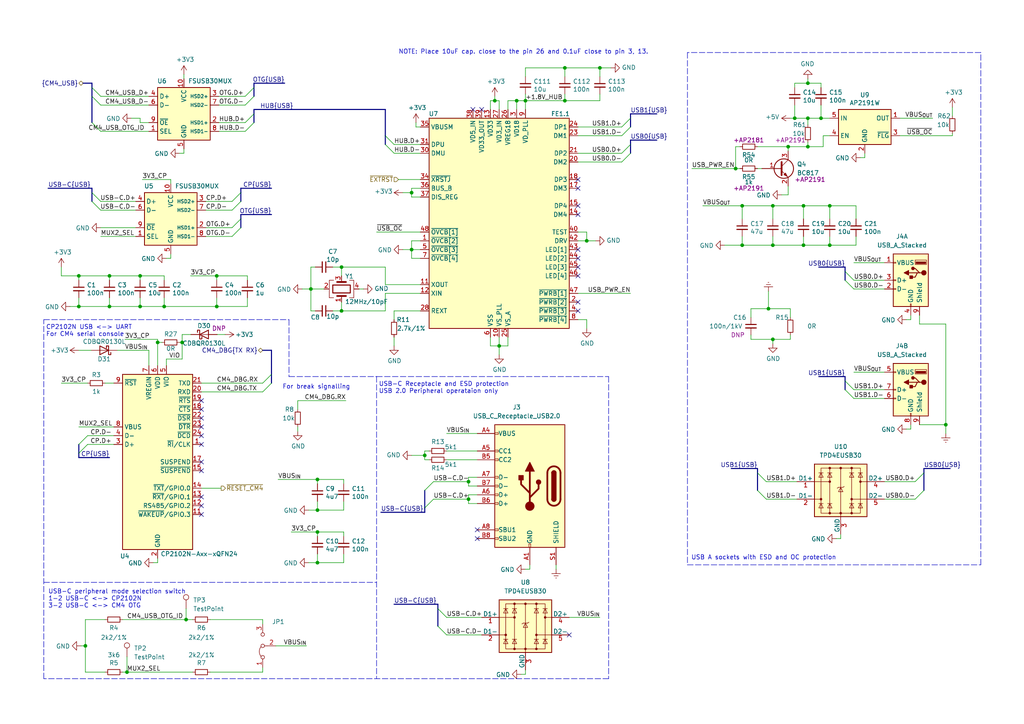
<source format=kicad_sch>
(kicad_sch (version 20211123) (generator eeschema)
  (paper "A4")
  (title_block (title "USB 2.0 host/USB 2.0 device") (date "2022-05-31") (rev "1.2c") (company "Nabu Casa") (comment 1 "www.nabucasa.com") (comment 2 "Yellow"))
  (bus_alias "USB" (members "D+" "D-"))
  (bus_alias "CM4_USB" (members "CM4_USB_D+" "CM4_USB_D-" "CM4_USB_OTG_ID"))
  (bus_alias "I2C" (members "SDA" "SCL"))
  (junction (at 215.265 71.12) (diameter 0.9144))
  (junction (at 31.75 80.01) (diameter 0.9144))
  (junction (at 92.075 139.065) (diameter 0.9144))
  (junction (at 40.64 80.01) (diameter 0.9144))
  (junction (at 149.86 29.21) (diameter 0.9144))
  (junction (at 213.36 48.895))
  (junction (at 22.86 88.9) (diameter 0.9144))
  (junction (at 215.265 59.69) (diameter 0.9144))
  (junction (at 233.045 71.12) (diameter 0.9144))
  (junction (at 119.38 55.88) (diameter 0.9144))
  (junction (at 24.765 187.325) (diameter 0.9144))
  (junction (at 240.665 59.69) (diameter 0.9144))
  (junction (at 53.975 179.705) (diameter 0.9144))
  (junction (at 234.315 24.13) (diameter 0.9144))
  (junction (at 92.075 154.305) (diameter 0.9144))
  (junction (at 224.155 71.12) (diameter 0.9144))
  (junction (at 92.075 147.955) (diameter 0.9144))
  (junction (at 228.6 42.545))
  (junction (at 173.99 19.685) (diameter 0.9144))
  (junction (at 234.315 42.545))
  (junction (at 230.505 34.29) (diameter 0.9144))
  (junction (at 135.89 144.78) (diameter 0.9144))
  (junction (at 143.51 29.21) (diameter 0.9144))
  (junction (at 233.045 59.69) (diameter 0.9144))
  (junction (at 62.865 88.9) (diameter 0.9144))
  (junction (at 222.885 89.535) (diameter 0.9144))
  (junction (at 144.78 100.33) (diameter 0.9144))
  (junction (at 90.17 83.82) (diameter 0.9144))
  (junction (at 99.06 90.17) (diameter 0.9144))
  (junction (at 119.38 72.39) (diameter 0.9144))
  (junction (at 152.4 29.21) (diameter 0.9144))
  (junction (at 45.72 99.314))
  (junction (at 123.19 132.08) (diameter 0.9144))
  (junction (at 135.89 139.7) (diameter 0.9144))
  (junction (at 40.64 88.9) (diameter 0.9144))
  (junction (at 170.18 69.85) (diameter 0.9144))
  (junction (at 238.125 34.29) (diameter 0.9144))
  (junction (at 31.75 88.9) (diameter 0.9144))
  (junction (at 99.06 77.47) (diameter 0.9144))
  (junction (at 240.665 71.12) (diameter 0.9144))
  (junction (at 224.155 59.69) (diameter 0.9144))
  (junction (at 47.625 88.9) (diameter 0.9144))
  (junction (at 274.32 123.19) (diameter 0.9144))
  (junction (at 163.83 19.685) (diameter 0.9144))
  (junction (at 92.075 163.195) (diameter 0.9144))
  (junction (at 36.83 194.945) (diameter 0.9144))
  (junction (at 224.155 98.425) (diameter 0.9144))
  (junction (at 163.83 29.21) (diameter 0.9144))
  (junction (at 52.832 99.314))
  (junction (at 234.315 34.29))
  (junction (at 62.865 80.01) (diameter 0.9144))
  (junction (at 22.86 80.01) (diameter 0.9144))
  (no_connect (at 167.64 77.47))
  (no_connect (at 138.43 153.67))
  (no_connect (at 167.64 87.63))
  (no_connect (at 138.43 156.21))
  (no_connect (at 167.64 90.17))
  (no_connect (at 58.42 126.365))
  (no_connect (at 58.42 116.205))
  (no_connect (at 58.42 118.745))
  (no_connect (at 58.42 121.285))
  (no_connect (at 58.42 123.825))
  (no_connect (at 58.42 128.905))
  (no_connect (at 58.42 133.985))
  (no_connect (at 58.42 136.525))
  (no_connect (at 58.42 144.145))
  (no_connect (at 58.42 146.685))
  (no_connect (at 58.42 149.225))
  (no_connect (at 167.64 54.61))
  (no_connect (at 167.64 80.01))
  (no_connect (at 165.1 184.15))
  (no_connect (at 139.7 31.75))
  (no_connect (at 137.16 31.75))
  (no_connect (at 167.64 72.39))
  (no_connect (at 167.64 74.93))
  (no_connect (at 167.64 52.07))
  (no_connect (at 167.64 62.23))
  (no_connect (at 167.64 59.69))
  (bus_entry (at 180.34 36.83) (size 2.54 -2.54) (stroke (width 0.1524)))
  (bus_entry (at 180.34 44.45) (size 2.54 -2.54) (stroke (width 0.1524)))
  (bus_entry (at 76.2 113.665) (size 2.54 -2.54) (stroke (width 0.1524)))
  (bus_entry (at 222.25 144.78) (size -2.54 -2.54) (stroke (width 0.1524)))
  (bus_entry (at 73.66 25.4) (size -2.54 2.54) (stroke (width 0.1524)))
  (bus_entry (at 180.34 46.99) (size 2.54 -2.54) (stroke (width 0.1524)))
  (bus_entry (at 69.85 63.5) (size -2.54 2.54) (stroke (width 0.1524)))
  (bus_entry (at 69.85 66.04) (size -2.54 2.54) (stroke (width 0.1524)))
  (bus_entry (at 123.19 142.24) (size 2.54 -2.54) (stroke (width 0.1524)))
  (bus_entry (at 265.43 144.78) (size 2.54 -2.54) (stroke (width 0.1524)))
  (bus_entry (at 26.67 27.94) (size 2.54 2.54) (stroke (width 0.1524)))
  (bus_entry (at 22.86 131.445) (size 2.54 -2.54) (stroke (width 0.1524)))
  (bus_entry (at 69.85 58.42) (size -2.54 2.54) (stroke (width 0.1524)))
  (bus_entry (at 123.19 147.32) (size 2.54 -2.54) (stroke (width 0.1524)))
  (bus_entry (at 222.25 139.7) (size -2.54 -2.54) (stroke (width 0.1524)))
  (bus_entry (at 69.85 55.88) (size -2.54 2.54) (stroke (width 0.1524)))
  (bus_entry (at 73.66 33.02) (size -2.54 2.54) (stroke (width 0.1524)))
  (bus_entry (at 26.67 58.42) (size 2.54 2.54) (stroke (width 0.1524)))
  (bus_entry (at 73.66 27.94) (size -2.54 2.54) (stroke (width 0.1524)))
  (bus_entry (at 127 181.61) (size 2.54 2.54) (stroke (width 0.1524)))
  (bus_entry (at 180.34 39.37) (size 2.54 -2.54) (stroke (width 0.1524)))
  (bus_entry (at 247.65 115.57) (size -2.54 -2.54) (stroke (width 0.1524)))
  (bus_entry (at 26.67 35.56) (size 2.54 2.54) (stroke (width 0.1524)))
  (bus_entry (at 247.65 83.82) (size -2.54 -2.54) (stroke (width 0.1524)))
  (bus_entry (at 26.67 55.88) (size 2.54 2.54) (stroke (width 0.1524)))
  (bus_entry (at 73.66 35.56) (size -2.54 2.54) (stroke (width 0.1524)))
  (bus_entry (at 111.76 41.91) (size 2.54 2.54) (stroke (width 0.1524)))
  (bus_entry (at 76.2 111.125) (size 2.54 -2.54) (stroke (width 0.1524)))
  (bus_entry (at 247.65 81.28) (size -2.54 -2.54) (stroke (width 0.1524)))
  (bus_entry (at 26.67 25.4) (size 2.54 2.54) (stroke (width 0.1524)))
  (bus_entry (at 247.65 113.03) (size -2.54 -2.54) (stroke (width 0.1524)))
  (bus_entry (at 127 176.53) (size 2.54 2.54) (stroke (width 0.1524)))
  (bus_entry (at 22.86 128.905) (size 2.54 -2.54) (stroke (width 0.1524)))
  (bus_entry (at 265.43 139.7) (size 2.54 -2.54) (stroke (width 0.1524)))
  (bus_entry (at 111.76 39.37) (size 2.54 2.54) (stroke (width 0.1524)))
  (wire (pts (xy 234.315 22.86) (xy 234.315 24.13)))
  (wire (pts (xy 167.64 46.99) (xy 180.34 46.99)))
  (wire (pts (xy 217.805 98.425) (xy 224.155 98.425)))
  (wire (pts (xy 147.32 97.79) (xy 147.32 100.33)))
  (wire (pts (xy 147.32 100.33) (xy 144.78 100.33)))
  (wire (pts (xy 215.265 59.69) (xy 215.265 63.5)))
  (wire (pts (xy 58.42 141.605) (xy 64.135 141.605)))
  (wire (pts (xy 40.64 86.36) (xy 40.64 88.9)))
  (wire (pts (xy 147.32 29.21) (xy 149.86 29.21)))
  (wire (pts (xy 147.32 31.75) (xy 147.32 29.21)))
  (wire (pts (xy 149.86 29.21) (xy 149.86 31.75)))
  (wire (pts (xy 135.89 140.97) (xy 138.43 140.97)))
  (wire (pts (xy 222.885 89.535) (xy 217.805 89.535)))
  (wire (pts (xy 260.985 39.37) (xy 276.225 39.37)))
  (wire (pts (xy 114.3 44.45) (xy 121.92 44.45)))
  (wire (pts (xy 86.36 116.205) (xy 100.33 116.205)))
  (wire (pts (xy 99.695 160.655) (xy 99.695 163.195)))
  (wire (pts (xy 34.036 101.6) (xy 43.18 101.6)))
  (wire (pts (xy 119.38 72.39) (xy 121.92 72.39)))
  (wire (pts (xy 210.185 71.12) (xy 215.265 71.12)))
  (wire (pts (xy 23.495 187.325) (xy 24.765 187.325)))
  (wire (pts (xy 24.765 179.705) (xy 30.48 179.705)))
  (wire (pts (xy 24.765 187.325) (xy 24.765 179.705)))
  (wire (pts (xy 119.38 57.15) (xy 119.38 55.88)))
  (wire (pts (xy 121.92 57.15) (xy 119.38 57.15)))
  (wire (pts (xy 274.32 123.19) (xy 274.32 125.73)))
  (wire (pts (xy 240.665 59.69) (xy 240.665 63.5)))
  (wire (pts (xy 115.57 52.07) (xy 121.92 52.07)))
  (wire (pts (xy 144.78 100.33) (xy 144.78 102.87)))
  (wire (pts (xy 90.17 83.82) (xy 90.17 90.17)))
  (wire (pts (xy 116.84 55.88) (xy 119.38 55.88)))
  (wire (pts (xy 119.38 54.61) (xy 121.92 54.61)))
  (wire (pts (xy 119.38 55.88) (xy 119.38 54.61)))
  (wire (pts (xy 63.5 27.94) (xy 71.12 27.94)))
  (wire (pts (xy 152.4 29.21) (xy 163.83 29.21)))
  (wire (pts (xy 247.65 113.03) (xy 256.54 113.03)))
  (wire (pts (xy 217.805 89.535) (xy 217.805 92.075)))
  (bus (pts (xy 245.11 77.47) (xy 237.49 77.47)))
  (bus (pts (xy 182.88 33.02) (xy 182.88 34.29)))
  (bus (pts (xy 182.88 34.29) (xy 182.88 36.83)))
  (wire (pts (xy 219.71 48.895) (xy 220.98 48.895)))
  (wire (pts (xy 135.89 146.05) (xy 135.89 144.78)))
  (wire (pts (xy 60.96 194.945) (xy 76.2 194.945)))
  (wire (pts (xy 76.2 194.945) (xy 76.2 193.675)))
  (wire (pts (xy 266.7 91.44) (xy 266.7 93.98)))
  (wire (pts (xy 71.755 88.9) (xy 71.755 86.36)))
  (wire (pts (xy 62.865 88.9) (xy 71.755 88.9)))
  (wire (pts (xy 47.625 88.9) (xy 62.865 88.9)))
  (wire (pts (xy 40.64 88.9) (xy 47.625 88.9)))
  (wire (pts (xy 129.54 130.81) (xy 138.43 130.81)))
  (wire (pts (xy 264.16 124.46) (xy 264.16 123.19)))
  (wire (pts (xy 167.64 44.45) (xy 180.34 44.45)))
  (wire (pts (xy 125.73 144.78) (xy 135.89 144.78)))
  (wire (pts (xy 47.625 81.28) (xy 47.625 80.01)))
  (wire (pts (xy 47.625 80.01) (xy 40.64 80.01)))
  (polyline (pts (xy 88.9 196.85) (xy 12.7 196.85)) (stroke (width 0) (type dash)))
  (wire (pts (xy 29.21 38.1) (xy 43.18 38.1)))
  (wire (pts (xy 276.225 39.37) (xy 276.225 38.735)))
  (polyline (pts (xy 12.7 168.91) (xy 109.22 168.91)) (stroke (width 0) (type dash)))
  (wire (pts (xy 233.045 71.12) (xy 240.665 71.12)))
  (polyline (pts (xy 199.39 163.83) (xy 284.48 163.83)) (stroke (width 0) (type dash)))
  (wire (pts (xy 152.4 165.1) (xy 153.67 165.1)))
  (wire (pts (xy 96.52 77.47) (xy 99.06 77.47)))
  (wire (pts (xy 91.44 77.47) (xy 90.17 77.47)))
  (bus (pts (xy 22.86 131.445) (xy 22.86 132.715)))
  (bus (pts (xy 22.86 128.905) (xy 22.86 131.445)))
  (wire (pts (xy 63.5 30.48) (xy 71.12 30.48)))
  (wire (pts (xy 48.26 104.14) (xy 52.832 104.14)))
  (wire (pts (xy 173.99 19.685) (xy 163.83 19.685)))
  (wire (pts (xy 177.165 19.685) (xy 173.99 19.685)))
  (wire (pts (xy 152.4 19.685) (xy 152.4 22.225)))
  (wire (pts (xy 163.83 19.685) (xy 152.4 19.685)))
  (wire (pts (xy 229.235 89.535) (xy 222.885 89.535)))
  (wire (pts (xy 22.86 123.825) (xy 33.02 123.825)))
  (wire (pts (xy 151.13 195.58) (xy 152.4 195.58)))
  (wire (pts (xy 62.865 80.01) (xy 71.755 80.01)))
  (wire (pts (xy 71.755 80.01) (xy 71.755 81.28)))
  (wire (pts (xy 55.245 80.01) (xy 62.865 80.01)))
  (wire (pts (xy 276.225 31.115) (xy 276.225 33.655)))
  (wire (pts (xy 119.38 72.39) (xy 119.38 74.93)))
  (wire (pts (xy 119.38 74.93) (xy 121.92 74.93)))
  (wire (pts (xy 119.38 132.08) (xy 123.19 132.08)))
  (polyline (pts (xy 83.82 109.22) (xy 109.22 109.22)) (stroke (width 0) (type dash)))
  (polyline (pts (xy 83.82 92.71) (xy 83.82 109.22)) (stroke (width 0) (type dash)))
  (wire (pts (xy 99.695 155.575) (xy 99.695 154.305)))
  (wire (pts (xy 114.3 41.91) (xy 121.92 41.91)))
  (wire (pts (xy 249.555 45.72) (xy 250.825 45.72)))
  (wire (pts (xy 99.06 87.63) (xy 99.06 90.17)))
  (wire (pts (xy 152.4 27.305) (xy 152.4 29.21)))
  (wire (pts (xy 52.07 44.45) (xy 53.34 44.45)))
  (wire (pts (xy 25.4 111.125) (xy 17.78 111.125)))
  (wire (pts (xy 214.63 48.895) (xy 213.36 48.895)))
  (wire (pts (xy 200.66 48.895) (xy 213.36 48.895)))
  (wire (pts (xy 96.52 90.17) (xy 99.06 90.17)))
  (wire (pts (xy 138.43 143.51) (xy 135.89 143.51)))
  (wire (pts (xy 31.75 80.01) (xy 31.75 81.28)))
  (wire (pts (xy 215.265 71.12) (xy 224.155 71.12)))
  (wire (pts (xy 92.075 154.305) (xy 92.075 155.575)))
  (wire (pts (xy 153.67 165.1) (xy 153.67 163.83)))
  (wire (pts (xy 170.18 69.85) (xy 172.72 69.85)))
  (wire (pts (xy 29.21 66.04) (xy 39.37 66.04)))
  (wire (pts (xy 89.535 147.955) (xy 92.075 147.955)))
  (wire (pts (xy 152.4 29.21) (xy 149.86 29.21)))
  (wire (pts (xy 152.4 31.75) (xy 152.4 29.21)))
  (wire (pts (xy 121.92 67.31) (xy 109.22 67.31)))
  (wire (pts (xy 167.64 92.71) (xy 170.18 92.71)))
  (wire (pts (xy 229.235 92.075) (xy 229.235 89.535)))
  (wire (pts (xy 121.92 82.55) (xy 111.76 82.55)))
  (wire (pts (xy 215.265 59.69) (xy 224.155 59.69)))
  (bus (pts (xy 111.76 31.75) (xy 111.76 39.37)))
  (bus (pts (xy 111.76 39.37) (xy 111.76 41.91)))
  (wire (pts (xy 49.53 52.07) (xy 49.53 53.34)))
  (wire (pts (xy 99.695 145.415) (xy 99.695 147.955)))
  (polyline (pts (xy 12.7 92.71) (xy 83.82 92.71)) (stroke (width 0) (type dash)))
  (wire (pts (xy 99.06 90.17) (xy 111.76 90.17)))
  (wire (pts (xy 53.34 21.59) (xy 53.34 22.86)))
  (wire (pts (xy 229.235 34.29) (xy 230.505 34.29)))
  (wire (pts (xy 129.54 184.15) (xy 139.7 184.15)))
  (wire (pts (xy 248.285 71.12) (xy 248.285 68.58)))
  (wire (pts (xy 230.505 30.48) (xy 230.505 34.29)))
  (wire (pts (xy 173.99 179.07) (xy 165.1 179.07)))
  (wire (pts (xy 230.505 24.13) (xy 230.505 25.4)))
  (wire (pts (xy 222.885 84.455) (xy 222.885 89.535)))
  (wire (pts (xy 59.69 66.04) (xy 67.31 66.04)))
  (wire (pts (xy 99.06 77.47) (xy 99.06 80.01)))
  (wire (pts (xy 53.34 44.45) (xy 53.34 43.18)))
  (wire (pts (xy 17.78 80.01) (xy 22.86 80.01)))
  (wire (pts (xy 247.65 115.57) (xy 256.54 115.57)))
  (wire (pts (xy 114.3 90.17) (xy 121.92 90.17)))
  (wire (pts (xy 142.24 29.21) (xy 143.51 29.21)))
  (wire (pts (xy 142.24 31.75) (xy 142.24 29.21)))
  (wire (pts (xy 143.51 29.21) (xy 144.78 29.21)))
  (wire (pts (xy 144.78 29.21) (xy 144.78 31.75)))
  (wire (pts (xy 92.075 160.655) (xy 92.075 163.195)))
  (wire (pts (xy 266.7 123.19) (xy 274.32 123.19)))
  (wire (pts (xy 41.275 52.07) (xy 49.53 52.07)))
  (wire (pts (xy 224.155 71.12) (xy 233.045 71.12)))
  (wire (pts (xy 161.29 163.83) (xy 161.29 165.1)))
  (bus (pts (xy 182.88 40.64) (xy 182.88 41.91)))
  (bus (pts (xy 182.88 41.91) (xy 182.88 44.45)))
  (wire (pts (xy 39.37 58.42) (xy 29.21 58.42)))
  (wire (pts (xy 247.65 83.82) (xy 256.54 83.82)))
  (polyline (pts (xy 176.53 196.85) (xy 88.9 196.85)) (stroke (width 0) (type dash)))
  (bus (pts (xy 26.67 54.61) (xy 13.97 54.61)))
  (polyline (pts (xy 284.48 163.83) (xy 284.48 15.24)) (stroke (width 0) (type dash)))
  (wire (pts (xy 224.155 98.425) (xy 229.235 98.425)))
  (wire (pts (xy 22.86 86.36) (xy 22.86 88.9)))
  (wire (pts (xy 59.69 68.58) (xy 67.31 68.58)))
  (bus (pts (xy 245.11 109.22) (xy 237.49 109.22)))
  (wire (pts (xy 58.42 113.665) (xy 76.2 113.665)))
  (wire (pts (xy 247.65 107.95) (xy 256.54 107.95)))
  (wire (pts (xy 119.38 69.85) (xy 121.92 69.85)))
  (wire (pts (xy 116.84 72.39) (xy 119.38 72.39)))
  (wire (pts (xy 119.38 72.39) (xy 119.38 69.85)))
  (wire (pts (xy 123.19 132.08) (xy 123.19 133.35)))
  (bus (pts (xy 73.66 31.75) (xy 111.76 31.75)))
  (bus (pts (xy 26.67 24.13) (xy 26.67 25.4)))
  (bus (pts (xy 26.67 25.4) (xy 26.67 27.94)))
  (bus (pts (xy 26.67 27.94) (xy 26.67 35.56)))
  (wire (pts (xy 248.285 59.69) (xy 240.665 59.69)))
  (wire (pts (xy 99.695 140.335) (xy 99.695 139.065)))
  (wire (pts (xy 240.665 71.12) (xy 248.285 71.12)))
  (wire (pts (xy 203.835 59.69) (xy 215.265 59.69)))
  (wire (pts (xy 52.832 97.028) (xy 52.832 99.314)))
  (wire (pts (xy 92.075 139.065) (xy 92.075 140.335)))
  (wire (pts (xy 144.78 97.79) (xy 144.78 100.33)))
  (wire (pts (xy 243.84 156.21) (xy 243.84 154.94)))
  (wire (pts (xy 90.17 90.17) (xy 91.44 90.17)))
  (wire (pts (xy 30.48 111.125) (xy 33.02 111.125)))
  (wire (pts (xy 29.21 27.94) (xy 43.18 27.94)))
  (wire (pts (xy 260.985 34.29) (xy 270.51 34.29)))
  (bus (pts (xy 69.85 54.61) (xy 78.74 54.61)))
  (wire (pts (xy 238.125 25.4) (xy 238.125 24.13)))
  (wire (pts (xy 40.64 34.29) (xy 38.1 34.29)))
  (wire (pts (xy 262.89 124.46) (xy 264.16 124.46)))
  (wire (pts (xy 143.51 27.94) (xy 143.51 29.21)))
  (wire (pts (xy 36.195 98.425) (xy 45.72 98.425)))
  (wire (pts (xy 45.72 98.425) (xy 45.72 99.314)))
  (wire (pts (xy 40.64 80.01) (xy 31.75 80.01)))
  (wire (pts (xy 123.19 130.81) (xy 123.19 132.08)))
  (wire (pts (xy 163.83 29.21) (xy 163.83 27.305)))
  (wire (pts (xy 234.315 24.13) (xy 230.505 24.13)))
  (wire (pts (xy 129.54 179.07) (xy 139.7 179.07)))
  (wire (pts (xy 45.72 99.314) (xy 45.72 106.045)))
  (wire (pts (xy 36.83 190.5) (xy 36.83 194.945)))
  (wire (pts (xy 167.64 67.31) (xy 170.18 67.31)))
  (wire (pts (xy 170.18 67.31) (xy 170.18 69.85)))
  (wire (pts (xy 274.32 93.98) (xy 274.32 123.19)))
  (wire (pts (xy 173.99 19.685) (xy 173.99 22.225)))
  (wire (pts (xy 20.32 88.9) (xy 22.86 88.9)))
  (wire (pts (xy 111.76 82.55) (xy 111.76 77.47)))
  (bus (pts (xy 69.85 62.23) (xy 78.74 62.23)))
  (wire (pts (xy 265.43 139.7) (xy 256.54 139.7)))
  (wire (pts (xy 80.645 139.065) (xy 92.075 139.065)))
  (wire (pts (xy 228.6 56.515) (xy 226.695 56.515)))
  (wire (pts (xy 152.4 195.58) (xy 152.4 194.31)))
  (wire (pts (xy 123.19 133.35) (xy 124.46 133.35)))
  (wire (pts (xy 86.36 123.825) (xy 86.36 125.095)))
  (wire (pts (xy 238.125 24.13) (xy 234.315 24.13)))
  (wire (pts (xy 40.64 35.56) (xy 40.64 34.29)))
  (wire (pts (xy 222.25 144.78) (xy 231.14 144.78)))
  (wire (pts (xy 238.125 30.48) (xy 238.125 34.29)))
  (wire (pts (xy 264.16 92.71) (xy 264.16 91.44)))
  (bus (pts (xy 73.66 24.13) (xy 73.66 25.4)))
  (bus (pts (xy 73.66 25.4) (xy 73.66 27.94)))
  (wire (pts (xy 242.57 156.21) (xy 243.84 156.21)))
  (wire (pts (xy 135.89 144.78) (xy 135.89 143.51)))
  (wire (pts (xy 48.26 106.045) (xy 48.26 104.14)))
  (bus (pts (xy 267.97 135.89) (xy 275.59 135.89)))
  (bus (pts (xy 26.67 54.61) (xy 26.67 55.88)))
  (bus (pts (xy 26.67 55.88) (xy 26.67 58.42)))
  (wire (pts (xy 234.315 41.275) (xy 234.315 42.545)))
  (wire (pts (xy 229.235 98.425) (xy 229.235 97.155)))
  (polyline (pts (xy 109.22 109.22) (xy 176.53 109.22)) (stroke (width 0) (type dash)))
  (wire (pts (xy 49.53 74.93) (xy 49.53 73.66)))
  (wire (pts (xy 99.695 154.305) (xy 92.075 154.305)))
  (wire (pts (xy 121.92 36.83) (xy 120.65 36.83)))
  (wire (pts (xy 248.285 63.5) (xy 248.285 59.69)))
  (wire (pts (xy 219.71 42.545) (xy 228.6 42.545)))
  (wire (pts (xy 217.805 97.155) (xy 217.805 98.425)))
  (polyline (pts (xy 109.22 109.22) (xy 109.22 196.85)) (stroke (width 0) (type dash)))
  (wire (pts (xy 266.7 93.98) (xy 274.32 93.98)))
  (wire (pts (xy 52.07 99.314) (xy 52.832 99.314)))
  (wire (pts (xy 33.02 126.365) (xy 25.4 126.365)))
  (wire (pts (xy 62.865 86.36) (xy 62.865 88.9)))
  (wire (pts (xy 129.54 133.35) (xy 138.43 133.35)))
  (wire (pts (xy 234.315 42.545) (xy 238.76 42.545)))
  (wire (pts (xy 228.6 42.545) (xy 234.315 42.545)))
  (wire (pts (xy 228.6 43.815) (xy 228.6 42.545)))
  (wire (pts (xy 238.76 39.37) (xy 240.665 39.37)))
  (wire (pts (xy 238.76 42.545) (xy 238.76 39.37)))
  (wire (pts (xy 58.42 111.125) (xy 76.2 111.125)))
  (bus (pts (xy 219.71 135.89) (xy 212.09 135.89)))
  (bus (pts (xy 219.71 135.89) (xy 219.71 137.16)))
  (bus (pts (xy 219.71 137.16) (xy 219.71 142.24)))
  (wire (pts (xy 120.65 35.56) (xy 120.65 36.83)))
  (wire (pts (xy 22.86 80.01) (xy 22.86 81.28)))
  (wire (pts (xy 33.02 128.905) (xy 25.4 128.905)))
  (wire (pts (xy 167.64 36.83) (xy 180.34 36.83)))
  (wire (pts (xy 63.5 35.56) (xy 71.12 35.56)))
  (wire (pts (xy 92.075 145.415) (xy 92.075 147.955)))
  (wire (pts (xy 224.155 59.69) (xy 224.155 63.5)))
  (wire (pts (xy 84.455 154.305) (xy 92.075 154.305)))
  (wire (pts (xy 138.43 138.43) (xy 135.89 138.43)))
  (wire (pts (xy 40.64 80.01) (xy 40.64 81.28)))
  (wire (pts (xy 29.21 30.48) (xy 43.18 30.48)))
  (wire (pts (xy 247.65 81.28) (xy 256.54 81.28)))
  (wire (pts (xy 43.18 101.6) (xy 43.18 106.045)))
  (wire (pts (xy 135.89 140.97) (xy 135.89 139.7)))
  (wire (pts (xy 125.73 139.7) (xy 135.89 139.7)))
  (wire (pts (xy 87.63 83.82) (xy 90.17 83.82)))
  (wire (pts (xy 215.265 68.58) (xy 215.265 71.12)))
  (bus (pts (xy 69.85 62.23) (xy 69.85 63.5)))
  (bus (pts (xy 69.85 63.5) (xy 69.85 66.04)))
  (wire (pts (xy 247.65 76.2) (xy 256.54 76.2)))
  (bus (pts (xy 267.97 135.89) (xy 267.97 137.16)))
  (bus (pts (xy 267.97 137.16) (xy 267.97 142.24)))
  (wire (pts (xy 114.3 92.71) (xy 114.3 90.17)))
  (wire (pts (xy 35.56 179.705) (xy 53.975 179.705)))
  (wire (pts (xy 53.975 179.705) (xy 55.88 179.705)))
  (wire (pts (xy 99.06 77.47) (xy 111.76 77.47)))
  (wire (pts (xy 224.155 68.58) (xy 224.155 71.12)))
  (wire (pts (xy 88.9 187.325) (xy 80.01 187.325)))
  (wire (pts (xy 135.89 139.7) (xy 135.89 138.43)))
  (wire (pts (xy 53.975 176.53) (xy 53.975 179.705)))
  (wire (pts (xy 228.6 53.975) (xy 228.6 56.515)))
  (wire (pts (xy 111.76 85.09) (xy 111.76 90.17)))
  (wire (pts (xy 39.37 60.96) (xy 29.21 60.96)))
  (bus (pts (xy 123.19 148.59) (xy 110.49 148.59)))
  (wire (pts (xy 31.75 86.36) (xy 31.75 88.9)))
  (bus (pts (xy 127 175.26) (xy 114.3 175.26)))
  (wire (pts (xy 163.83 19.685) (xy 163.83 22.225)))
  (wire (pts (xy 167.64 85.09) (xy 182.88 85.09)))
  (wire (pts (xy 59.69 60.96) (xy 67.31 60.96)))
  (wire (pts (xy 63.5 38.1) (xy 71.12 38.1)))
  (wire (pts (xy 92.075 147.955) (xy 99.695 147.955)))
  (wire (pts (xy 76.2 179.705) (xy 60.96 179.705)))
  (wire (pts (xy 76.2 180.975) (xy 76.2 179.705)))
  (wire (pts (xy 29.21 68.58) (xy 39.37 68.58)))
  (wire (pts (xy 124.46 130.81) (xy 123.19 130.81)))
  (bus (pts (xy 24.13 24.13) (xy 26.67 24.13)))
  (wire (pts (xy 240.665 68.58) (xy 240.665 71.12)))
  (wire (pts (xy 238.125 34.29) (xy 240.665 34.29)))
  (wire (pts (xy 234.315 34.29) (xy 234.315 36.195)))
  (wire (pts (xy 62.865 80.01) (xy 62.865 81.28)))
  (wire (pts (xy 222.25 139.7) (xy 231.14 139.7)))
  (bus (pts (xy 182.88 40.64) (xy 190.5 40.64)))
  (wire (pts (xy 89.535 163.195) (xy 92.075 163.195)))
  (bus (pts (xy 245.11 109.22) (xy 245.11 110.49)))
  (bus (pts (xy 245.11 110.49) (xy 245.11 113.03)))
  (wire (pts (xy 62.992 97.028) (xy 65.278 97.028)))
  (wire (pts (xy 230.505 34.29) (xy 234.315 34.29)))
  (wire (pts (xy 234.315 34.29) (xy 238.125 34.29)))
  (bus (pts (xy 22.86 132.715) (xy 31.75 132.715)))
  (wire (pts (xy 121.92 85.09) (xy 111.76 85.09)))
  (wire (pts (xy 170.18 69.85) (xy 167.64 69.85)))
  (bus (pts (xy 245.11 77.47) (xy 245.11 78.74)))
  (bus (pts (xy 245.11 78.74) (xy 245.11 81.28)))
  (wire (pts (xy 35.56 194.945) (xy 36.83 194.945)))
  (wire (pts (xy 36.83 194.945) (xy 55.88 194.945)))
  (wire (pts (xy 167.64 39.37) (xy 180.34 39.37)))
  (wire (pts (xy 265.43 144.78) (xy 256.54 144.78)))
  (bus (pts (xy 73.66 31.75) (xy 73.66 33.02)))
  (bus (pts (xy 73.66 33.02) (xy 73.66 35.56)))
  (wire (pts (xy 99.695 139.065) (xy 92.075 139.065)))
  (wire (pts (xy 233.045 59.69) (xy 240.665 59.69)))
  (wire (pts (xy 170.18 92.71) (xy 170.18 95.25)))
  (wire (pts (xy 104.14 83.82) (xy 105.41 83.82)))
  (wire (pts (xy 92.075 163.195) (xy 99.695 163.195)))
  (wire (pts (xy 45.72 99.314) (xy 46.99 99.314)))
  (polyline (pts (xy 176.53 109.22) (xy 176.53 196.85)) (stroke (width 0) (type dash)))
  (wire (pts (xy 90.17 83.82) (xy 93.98 83.82)))
  (bus (pts (xy 69.85 54.61) (xy 69.85 55.88)))
  (bus (pts (xy 69.85 55.88) (xy 69.85 58.42)))
  (wire (pts (xy 17.78 80.01) (xy 17.78 77.47)))
  (wire (pts (xy 262.89 92.71) (xy 264.16 92.71)))
  (wire (pts (xy 47.625 86.36) (xy 47.625 88.9)))
  (polyline (pts (xy 12.7 196.85) (xy 12.7 92.71)) (stroke (width 0) (type dash)))
  (wire (pts (xy 142.24 97.79) (xy 142.24 100.33)))
  (wire (pts (xy 142.24 100.33) (xy 144.78 100.33)))
  (bus (pts (xy 182.88 33.02) (xy 190.5 33.02)))
  (wire (pts (xy 224.155 59.69) (xy 233.045 59.69)))
  (wire (pts (xy 52.832 104.14) (xy 52.832 99.314)))
  (wire (pts (xy 224.155 98.425) (xy 224.155 99.695)))
  (bus (pts (xy 78.74 108.585) (xy 78.74 111.125)))
  (bus (pts (xy 78.74 101.6) (xy 78.74 108.585)))
  (bus (pts (xy 76.2 101.6) (xy 78.74 101.6)))
  (wire (pts (xy 55.372 97.028) (xy 52.832 97.028)))
  (bus (pts (xy 73.66 24.13) (xy 82.55 24.13)))
  (wire (pts (xy 173.99 29.21) (xy 163.83 29.21)))
  (wire (pts (xy 173.99 27.305) (xy 173.99 29.21)))
  (wire (pts (xy 48.26 74.93) (xy 49.53 74.93)))
  (wire (pts (xy 86.36 116.205) (xy 86.36 118.745)))
  (wire (pts (xy 233.045 59.69) (xy 233.045 63.5)))
  (wire (pts (xy 135.89 146.05) (xy 138.43 146.05)))
  (polyline (pts (xy 284.48 15.24) (xy 199.39 15.24)) (stroke (width 0) (type dash)))
  (wire (pts (xy 43.18 35.56) (xy 40.64 35.56)))
  (wire (pts (xy 129.54 125.73) (xy 138.43 125.73)))
  (wire (pts (xy 214.63 42.545) (xy 213.36 42.545)))
  (wire (pts (xy 213.36 42.545) (xy 213.36 48.895)))
  (wire (pts (xy 22.86 101.6) (xy 26.416 101.6)))
  (polyline (pts (xy 199.39 15.24) (xy 199.39 163.83)) (stroke (width 0) (type dash)))
  (wire (pts (xy 45.72 163.195) (xy 45.72 161.925)))
  (wire (pts (xy 250.825 45.72) (xy 250.825 44.45)))
  (wire (pts (xy 44.45 163.195) (xy 45.72 163.195)))
  (wire (pts (xy 233.045 68.58) (xy 233.045 71.12)))
  (wire (pts (xy 22.86 88.9) (xy 31.75 88.9)))
  (bus (pts (xy 123.19 142.24) (xy 123.19 147.32)))
  (bus (pts (xy 123.19 147.32) (xy 123.19 148.59)))
  (wire (pts (xy 22.86 80.01) (xy 31.75 80.01)))
  (wire (pts (xy 59.69 58.42) (xy 67.31 58.42)))
  (wire (pts (xy 30.48 194.945) (xy 24.765 194.945)))
  (wire (pts (xy 24.765 194.945) (xy 24.765 187.325)))
  (wire (pts (xy 114.3 97.79) (xy 114.3 100.33)))
  (bus (pts (xy 127 175.26) (xy 127 176.53)))
  (bus (pts (xy 127 176.53) (xy 127 181.61)))
  (wire (pts (xy 31.75 88.9) (xy 40.64 88.9)))
  (wire (pts (xy 90.17 77.47) (xy 90.17 83.82)))
  (text "USB-C Receptacle and ESD protection\nUSB 2.0 Peripheral operataion only" (at 109.855 114.3 0) (effects (font (size 1.27 1.27)) (justify left bottom)))
  (text "USB-C peripheral mode selection switch\n1-2 USB-C <-> CP2102N\n3-2 USB-C <-> CM4 OTG" (at 13.97 176.53 0) (effects (font (size 1.27 1.27)) (justify left bottom)))
  (text "USB A sockets with ESD and OC protection" (at 242.57 162.56 180) (effects (font (size 1.27 1.27)) (justify right bottom)))
  (text "CP2102N USB <-> UART\nFor CM4 serial console" (at 13.335 97.79 0) (effects (font (size 1.27 1.27)) (justify left bottom)))
  (text "NOTE: Place 10uF cap. close to the pin 26 and 0.1uF close to pin 3, 13." (at 115.57 15.875 0) (effects (font (size 1.27 1.27)) (justify left bottom)))
  (text "For break signalling" (at 81.915 113.03 0) (effects (font (size 1.27 1.27)) (justify left bottom)))
  (label "USB-C.D-" (at 39.37 60.96 180))
  (label "CP.D-" (at 59.69 60.96 0))
  (label "OTG.D+" (at 59.69 66.04 0))
  (label "3V3_CP" (at 55.245 80.01 0))
  (label "VBUS_{IN}" (at 173.99 179.07 180))
  (label "CP.D+" (at 59.69 58.42 0))
  (label "~{USB_OC}" (at 270.51 39.37 180))
  (label "VIO" (at 49.022 104.14 0))
  (label "VBUS_{OUT}" (at 203.835 59.69 0))
  (label "VBUS_{OUT}" (at 247.65 107.95 0))
  (label "USB0.D+" (at 247.65 81.28 0))
  (label "HUB.D+" (at 63.5 35.56 0))
  (label "CP.D+" (at 32.385 128.905 180))
  (label "VBUS_{IN}" (at 88.9 187.325 180))
  (label "USB1.D+" (at 247.65 113.03 0))
  (label "CM4_USB_D-" (at 30.48 30.48 0))
  (label "~{USB_OC}" (at 109.22 67.31 0))
  (label "CM4_DBG.RX" (at 62.865 111.125 0))
  (label "VBUS_{IN}" (at 80.645 139.065 0))
  (label "USB-C.D+" (at 129.54 179.07 0))
  (label "3V3_CP" (at 41.275 52.07 0))
  (label "USB-C.D+" (at 125.73 144.78 0))
  (label "USB1.D-" (at 222.25 144.78 0))
  (label "OTG.D+" (at 63.5 27.94 0))
  (label "USB1.D+" (at 222.25 139.7 0))
  (label "HUB.D-" (at 63.5 38.1 0))
  (label "3V3_CP" (at 17.78 111.125 0))
  (label "VBUS_{IN}" (at 129.54 125.73 0))
  (label "MUX2_SEL" (at 22.86 123.825 0))
  (label "USB1.D-" (at 180.34 39.37 180))
  (label "USB0{USB}" (at 245.11 77.47 180))
  (label "+1.8V_HUB" (at 152.4 29.21 0))
  (label "CP.D-" (at 32.385 126.365 180))
  (label "USB0.D+" (at 180.34 44.45 180))
  (label "USB_PWR_EN" (at 200.66 48.895 0))
  (label "USB-C.D-" (at 125.73 139.7 0))
  (label "OTG.D-" (at 63.5 30.48 0))
  (label "CP{USB}" (at 78.74 54.61 180))
  (label "3V3_CP" (at 36.195 98.425 0))
  (label "OTG{USB}" (at 78.74 62.23 180))
  (label "USB0.D+" (at 265.43 139.7 180))
  (label "CM4_USB_OTG_ID" (at 36.83 179.705 0))
  (label "HUB{USB}" (at 85.09 31.75 180))
  (label "MUX2_SEL" (at 36.83 194.945 0))
  (label "CM4_USB_OTG_ID" (at 41.91 38.1 180))
  (label "USB1{USB}" (at 219.71 135.89 180))
  (label "3V3_CP" (at 84.455 154.305 0))
  (label "OTG.D-" (at 59.69 68.58 0))
  (label "USB0{USB}" (at 182.88 40.64 0))
  (label "USB-C{USB}" (at 114.3 175.26 0))
  (label "USB1{USB}" (at 182.88 33.02 0))
  (label "USB1.D+" (at 180.34 36.83 180))
  (label "CM4_USB_D+" (at 30.48 27.94 0))
  (label "HUB.D-" (at 114.3 44.45 0))
  (label "USB-C{USB}" (at 13.97 54.61 0))
  (label "USB1.D-" (at 247.65 115.57 0))
  (label "MUX2_SEL" (at 29.21 68.58 0))
  (label "USB0.D-" (at 265.43 144.78 180))
  (label "USB0.D-" (at 247.65 83.82 0))
  (label "VBUS_{IN}" (at 36.195 101.6 0))
  (label "CP{USB}" (at 31.75 132.715 180))
  (label "VBUS_{OUT}" (at 270.51 34.29 180))
  (label "USB1{USB}" (at 245.11 109.22 180))
  (label "HUB.D+" (at 114.3 41.91 0))
  (label "USB0{USB}" (at 267.97 135.89 0))
  (label "USB_PWR_EN" (at 182.88 85.09 180))
  (label "CM4_DBG.RX" (at 100.33 116.205 180))
  (label "USB-C.D-" (at 129.54 184.15 0))
  (label "USB-C.D+" (at 39.37 58.42 180))
  (label "OTG{USB}" (at 82.55 24.13 180))
  (label "VBUS_{OUT}" (at 247.65 76.2 0))
  (label "CM4_DBG.TX" (at 62.865 113.665 0))
  (label "USB0.D-" (at 180.34 46.99 180))
  (label "USB-C{USB}" (at 110.49 148.59 0))
  (hierarchical_label "~{EXTRST}" (shape input) (at 115.57 52.07 180))
  (hierarchical_label "{CM4_USB}" (shape bidirectional) (at 24.13 24.13 180))
  (hierarchical_label "~{RESET_CM4}" (shape output) (at 64.135 141.605 0))
  (hierarchical_label "CM4_DBG{TX RX}" (shape bidirectional) (at 76.2 101.6 180))
  (symbol (lib_id "Device:R_Small") (at 127 133.35 90) (mirror x) (unit 1)
    (property "Reference" "R14" (at 127 135.7568 90))
    (property "Value" "5k1" (at 130.81 134.728 90))
    (property "Footprint" "Resistor_SMD:R_0402_1005Metric" (effects hide))
  )
  (symbol (lib_id "power:+3V3") (at 143.51 27.94 0) (unit 1)
    (property "Reference" "#PWR041" (effects hide))
    (property "Value" "+3V3" (at 143.8783 23.6156 0))
  )
  (symbol (lib_id "power:GND") (at 234.315 22.86 180) (unit 1)
    (property "Reference" "#PWR046" (effects hide))
    (property "Value" "GND" (at 234.2007 18.5356 0))
  )
  (symbol (lib_id "power:+3V3") (at 53.34 21.59 0) (unit 1)
    (property "Reference" "#PWR025" (effects hide))
    (property "Value" "+3V3" (at 53.7083 17.2656 0))
  )
  (symbol (lib_id "power:GND") (at 224.155 99.695 0) (unit 1)
    (property "Reference" "#PWR049" (effects hide))
    (property "Value" "GND" (at 224.2693 104.0194 0))
  )
  (symbol (lib_id "Connector:TestPoint") (at 53.975 176.53 0) (unit 1) (in_bom no)
    (property "Reference" "TP3" (at 56.007 174.0534 0) (effects (justify left)))
    (property "Value" "TestPoint" (at 56.007 176.5934 0) (effects (justify left)))
    (property "Footprint" "TestPoint:TestPoint_Pad_D1.0mm" (effects hide))
  )
  (symbol (lib_id "Device:R_Small") (at 58.42 194.945 270) (unit 1)
    (property "Reference" "R7" (at 58.42 192.2718 90))
    (property "Value" "2k2/1%" (at 58.42 189.973 90))
    (property "Footprint" "Resistor_SMD:R_0402_1005Metric" (effects hide))
  )
  (symbol (lib_id "Device:C_Small") (at 92.075 158.115 0) (unit 1)
    (property "Reference" "C10" (at 94.3992 156.9656 0) (effects (justify left)))
    (property "Value" "4u7" (at 94.399 159.264 0) (effects (justify left)))
    (property "Footprint" "Capacitor_SMD:C_0402_1005Metric" (effects hide))
  )
  (symbol (lib_id "Device:R_Small") (at 33.02 194.945 270) (unit 1)
    (property "Reference" "R5" (at 33.02 192.2718 90))
    (property "Value" "3k6" (at 33.02 189.973 90))
    (property "Footprint" "Resistor_SMD:R_0402_1005Metric" (effects hide))
  )
  (symbol (lib_id "Jumper:Jumper_3_Bridged12") (at 76.2 187.325 90) (unit 1)
    (property "Reference" "JP1" (at 82.55 180.3399 90) (effects (justify left)))
    (property "Value" "Conn_01x03_Male" (effects hide))
    (property "Footprint" "Connector_PinHeader_2.54mm:PinHeader_1x03_P2.54mm_Vertical" (effects hide))
    (property "Manufacturer" "Adam Tech" (effects hide))
    (property "PartNumber" "PH1-03-UA" (effects hide))
  )
  (symbol (lib_name "FSUSB30MUX_1") (lib_id "Yellow:FSUSB30MUX") (at 53.34 33.02 0) (unit 1)
    (property "Reference" "U6" (at 46.99 23.495 0))
    (property "Value" "FSUSB30MUX" (at 60.96 23.495 0))
    (property "Footprint" "Package_SO:MSOP-10_3x3mm_P0.5mm" (effects hide))
    (property "Datasheet" "https://www.onsemi.com/pdf/datasheet/fsusb30-d.pdf" (effects hide))
    (property "Manufacturer" "ON Semiconductor" (effects hide))
    (property "PartNumber" "FSUSB30MUX" (effects hide))
  )
  (symbol (lib_id "power:+3V3") (at 65.278 97.028 270) (unit 1)
    (property "Reference" "#PWR0163" (effects hide))
    (property "Value" "+3V3" (at 70.866 97.028 90))
  )
  (symbol (lib_id "Device:C_Small") (at 92.075 142.875 0) (unit 1)
    (property "Reference" "C9" (at 94.3992 141.7256 0) (effects (justify left)))
    (property "Value" "4u7" (at 94.399 144.024 0) (effects (justify left)))
    (property "Footprint" "Capacitor_SMD:C_0402_1005Metric" (effects hide))
  )
  (symbol (lib_id "Device:C_Small") (at 152.4 24.765 0) (unit 1)
    (property "Reference" "C111" (at 154.7242 23.6156 0) (effects (justify left)))
    (property "Value" "10u" (at 154.724 25.914 0) (effects (justify left)))
    (property "Footprint" "Capacitor_SMD:C_0805_2012Metric" (effects hide))
  )
  (symbol (lib_id "Device:C_Small") (at 22.86 83.82 0) (unit 1)
    (property "Reference" "C1" (at 25.1842 82.6706 0) (effects (justify left)))
    (property "Value" "100n" (at 25.184 84.969 0) (effects (justify left)))
    (property "Footprint" "Capacitor_SMD:C_0402_1005Metric" (effects hide))
  )
  (symbol (lib_id "power:GND") (at 170.18 95.25 0) (unit 1)
    (property "Reference" "#PWR0208" (effects hide))
    (property "Value" "GND" (at 170.2943 99.5744 0))
  )
  (symbol (lib_id "power:GND") (at 226.695 56.515 270) (unit 1)
    (property "Reference" "#PWR0161" (effects hide))
    (property "Value" "GND" (at 223.52 56.6293 90) (effects (justify right)))
  )
  (symbol (lib_id "Device:C_Small") (at 163.83 24.765 0) (unit 1)
    (property "Reference" "C112" (at 166.1542 23.6156 0) (effects (justify left)))
    (property "Value" "100n" (at 166.154 25.914 0) (effects (justify left)))
    (property "Footprint" "Capacitor_SMD:C_0402_1005Metric" (effects hide))
  )
  (symbol (lib_id "Device:R_Small") (at 58.42 179.705 270) (unit 1)
    (property "Reference" "R6" (at 58.42 182.1118 90))
    (property "Value" "2k2/1%" (at 58.42 184.893 90))
    (property "Footprint" "Resistor_SMD:R_0402_1005Metric" (effects hide))
  )
  (symbol (lib_id "power:GND") (at 172.72 69.85 90) (unit 1)
    (property "Reference" "#PWR0207" (effects hide))
    (property "Value" "GND" (at 175.895 69.7357 90) (effects (justify right)))
  )
  (symbol (lib_id "Device:R_Small") (at 27.94 111.125 90) (unit 1)
    (property "Reference" "R3" (at 27.94 108.7182 90))
    (property "Value" "1k" (at 27.94 113.557 90))
    (property "Footprint" "Resistor_SMD:R_0402_1005Metric" (effects hide))
  )
  (symbol (lib_id "Device:C_Small") (at 62.865 83.82 0) (unit 1)
    (property "Reference" "C4" (at 65.1892 82.6706 0) (effects (justify left)))
    (property "Value" "100n" (at 65.189 84.969 0) (effects (justify left)))
    (property "Footprint" "Capacitor_SMD:C_0402_1005Metric" (effects hide))
  )
  (symbol (lib_id "power:GND") (at 151.13 195.58 270) (unit 1)
    (property "Reference" "#PWR042" (effects hide))
    (property "Value" "GND" (at 147.955 195.6943 90) (effects (justify right)))
  )
  (symbol (lib_id "Device:C_Small") (at 31.75 83.82 0) (unit 1)
    (property "Reference" "C3" (at 34.0742 82.6706 0) (effects (justify left)))
    (property "Value" "100n" (at 34.074 84.969 0) (effects (justify left)))
    (property "Footprint" "Capacitor_SMD:C_0402_1005Metric" (effects hide))
  )
  (symbol (lib_id "power:GND") (at 152.4 165.1 270) (unit 1)
    (property "Reference" "#PWR043" (effects hide))
    (property "Value" "GND" (at 149.225 165.2143 90) (effects (justify right)))
  )
  (symbol (lib_id "Device:C_Small") (at 224.155 66.04 0) (unit 1)
    (property "Reference" "C18" (at 226.4792 64.8906 0) (effects (justify left)))
    (property "Value" "47u" (at 226.479 67.189 0) (effects (justify left)))
    (property "Footprint" "Capacitor_SMD:C_0805_2012Metric" (effects hide))
  )
  (symbol (lib_id "Transistor_BJT:BC817") (at 226.06 48.895 0) (unit 1)
    (property "Reference" "Q4" (at 231.14 47.6249 0) (effects (justify left)))
    (property "Value" "BC817" (at 231.14 50.1649 0) (effects (justify left)))
    (property "Footprint" "Package_TO_SOT_SMD:SOT-23" (effects hide))
    (property "Datasheet" "https://www.onsemi.com/pub/Collateral/BC818-D.pdf" (effects hide))
    (property "Config" "+AP2191" (at 234.95 52.07 0))
    (property "Manufacturer" "Nexperia USA" (effects hide))
    (property "PartNumber" "BC817-25,215" (effects hide))
  )
  (symbol (lib_id "power:GND") (at 262.89 124.46 270) (unit 1)
    (property "Reference" "#PWR053" (effects hide))
    (property "Value" "GND" (at 259.715 124.5743 90) (effects (justify right)))
  )
  (symbol (lib_id "power:GND") (at 119.38 132.08 270) (mirror x) (unit 1)
    (property "Reference" "#PWR039" (effects hide))
    (property "Value" "GND" (at 116.205 131.9657 90) (effects (justify right)))
  )
  (symbol (lib_id "Diode:B120-E3") (at 30.226 101.6 180) (unit 1)
    (property "Reference" "D31" (at 30.226 104.14 0))
    (property "Value" "CDBQR0130L" (at 30.226 99.06 0))
    (property "Footprint" "Diode_SMD:D_0402_1005Metric" (effects hide))
    (property "Datasheet" "http://www.vishay.com/docs/88946/b120.pdf" (effects hide))
    (property "Manufacturer" "Comchip Technology" (effects hide))
    (property "PartNumber" "CDBQR0130L" (effects hide))
  )
  (symbol (lib_id "Device:C_Small") (at 99.695 142.875 0) (unit 1)
    (property "Reference" "C11" (at 102.0192 141.7256 0) (effects (justify left)))
    (property "Value" "100n" (at 102.019 144.024 0) (effects (justify left)))
    (property "Footprint" "Capacitor_SMD:C_0402_1005Metric" (effects hide))
  )
  (symbol (lib_id "power:+3V3") (at 120.65 35.56 0) (unit 1)
    (property "Reference" "#PWR038" (effects hide))
    (property "Value" "+3V3" (at 121.0183 31.2356 0))
  )
  (symbol (lib_id "Device:R_Small") (at 217.17 48.895 270) (unit 1)
    (property "Reference" "R55" (at 217.17 51.3018 90))
    (property "Value" "1k" (at 217.17 52.813 90))
    (property "Footprint" "Resistor_SMD:R_0402_1005Metric" (effects hide))
    (property "Config" "+AP2191" (at 217.17 54.61 90))
  )
  (symbol (lib_id "power:GND") (at 89.535 147.955 270) (unit 1)
    (property "Reference" "#PWR030" (effects hide))
    (property "Value" "GND" (at 86.36 148.0693 90) (effects (justify right)))
  )
  (symbol (lib_id "power:Earth") (at 222.885 84.455 180) (unit 1)
    (property "Reference" "#PWR048" (effects hide))
    (property "Value" "Earth" (effects hide))
  )
  (symbol (lib_id "power:GND") (at 242.57 156.21 270) (unit 1)
    (property "Reference" "#PWR051" (effects hide))
    (property "Value" "GND" (at 239.395 156.3243 90) (effects (justify right)))
  )
  (symbol (lib_id "power:GND") (at 20.32 88.9 270) (unit 1)
    (property "Reference" "#PWR019" (effects hide))
    (property "Value" "GND" (at 17.145 89.0143 90) (effects (justify right)))
  )
  (symbol (lib_name "Yellow:USB_A_Stacked_1") (lib_id "Yellow:USB_A_Stacked") (at 264.16 81.28 0) (mirror y) (unit 1)
    (property "Reference" "J4" (at 261.62 68.58 0))
    (property "Value" "USB_A_Stacked" (at 261.62 71.12 0))
    (property "Footprint" "Connector_USB:USB_A_Wuerth_61400826021_Horizontal_Stacked" (effects hide))
    (property "Datasheet" " ~" (effects hide))
    (property "Manufacturer" "Molex" (effects hide))
    (property "PartNumber" "67298-4090" (effects hide))
  )
  (symbol (lib_id "power:GND") (at 89.535 163.195 270) (unit 1)
    (property "Reference" "#PWR031" (effects hide))
    (property "Value" "GND" (at 86.36 163.3093 90) (effects (justify right)))
  )
  (symbol (lib_id "power:GND") (at 116.84 72.39 270) (unit 1)
    (property "Reference" "#PWR034" (effects hide))
    (property "Value" "GND" (at 113.665 72.5043 90) (effects (justify right)))
  )
  (symbol (lib_id "Device:R_Small") (at 234.315 38.735 180) (unit 1)
    (property "Reference" "R61" (at 231.9082 36.195 0))
    (property "Value" "10k" (at 231.667 38.735 0))
    (property "Footprint" "Resistor_SMD:R_0402_1005Metric" (effects hide))
    (property "Config" "+AP2191" (at 229.235 40.64 0))
  )
  (symbol (lib_id "Device:C_Small") (at 217.805 94.615 0) (unit 1)
    (property "Reference" "C16" (at 214.5727 92.075 0))
    (property "Value" "100n/1kV" (at 210.521 94.615 0))
    (property "Footprint" "Capacitor_SMD:C_1206_3216Metric" (effects hide))
    (property "Config" "DNP" (at 213.995 97.155 0))
  )
  (symbol (lib_id "Device:R_Small") (at 276.225 36.195 180) (unit 1)
    (property "Reference" "R62" (at 273.8182 33.655 0))
    (property "Value" "10k" (at 273.577 36.195 0))
    (property "Footprint" "Resistor_SMD:R_0402_1005Metric" (effects hide))
  )
  (symbol (lib_id "Yellow:USB_A_Stacked") (at 264.16 113.03 0) (mirror y) (unit 2)
    (property "Reference" "J4" (at 261.62 100.33 0))
    (property "Value" "USB_A_Stacked" (at 261.62 102.87 0))
    (property "Footprint" "Connector_USB:USB_A_Wuerth_61400826021_Horizontal_Stacked" (effects hide))
    (property "Datasheet" " ~" (effects hide))
    (property "Manufacturer" "Molex" (effects hide))
    (property "PartNumber" "67298-4090" (effects hide))
  )
  (symbol (lib_id "Device:R_Small") (at 86.36 121.285 180) (unit 1)
    (property "Reference" "R8" (at 83.9532 118.745 0))
    (property "Value" "10k" (at 83.712 121.285 0))
    (property "Footprint" "Resistor_SMD:R_0402_1005Metric" (effects hide))
  )
  (symbol (lib_id "Device:R_Small") (at 127 130.81 90) (mirror x) (unit 1)
    (property "Reference" "R13" (at 127 128.1368 90))
    (property "Value" "5k1" (at 130.81 129.648 90))
    (property "Footprint" "Resistor_SMD:R_0402_1005Metric" (effects hide))
  )
  (symbol (lib_id "power:Earth") (at 274.32 125.73 0) (unit 1)
    (property "Reference" "#PWR054" (effects hide))
    (property "Value" "Earth" (effects hide))
  )
  (symbol (lib_id "power:GND") (at 52.07 44.45 270) (unit 1)
    (property "Reference" "#PWR026" (effects hide))
    (property "Value" "GND" (at 48.895 44.5643 90) (effects (justify right)))
  )
  (symbol (lib_id "power:+3V3") (at 22.86 101.6 90) (unit 1)
    (property "Reference" "#PWR0170" (effects hide))
    (property "Value" "+3V3" (at 17.272 101.6 90))
  )
  (symbol (lib_id "Connector:TestPoint") (at 36.83 190.5 0) (unit 1) (in_bom no)
    (property "Reference" "TP2" (at 38.862 188.0234 0) (effects (justify left)))
    (property "Value" "TestPoint" (at 38.862 190.5634 0) (effects (justify left)))
    (property "Footprint" "TestPoint:TestPoint_Pad_D1.0mm" (effects hide))
  )
  (symbol (lib_id "power:GND") (at 262.89 92.71 270) (unit 1)
    (property "Reference" "#PWR052" (effects hide))
    (property "Value" "GND" (at 259.715 92.8243 90) (effects (justify right)))
  )
  (symbol (lib_id "power:GND") (at 48.26 74.93 270) (unit 1)
    (property "Reference" "#PWR024" (effects hide))
    (property "Value" "GND" (at 45.085 75.0443 90) (effects (justify right)))
  )
  (symbol (lib_id "power:Earth") (at 161.29 165.1 0) (unit 1)
    (property "Reference" "#PWR044" (effects hide))
    (property "Value" "Earth" (effects hide))
  )
  (symbol (lib_id "power:GND") (at 177.165 19.685 90) (unit 1)
    (property "Reference" "#PWR036" (effects hide))
    (property "Value" "GND" (at 180.34 19.5707 90) (effects (justify right)))
  )
  (symbol (lib_id "Device:C_Small") (at 233.045 66.04 0) (unit 1)
    (property "Reference" "C19" (at 235.3692 64.8906 0) (effects (justify left)))
    (property "Value" "10u" (at 235.369 67.189 0) (effects (justify left)))
    (property "Footprint" "Capacitor_SMD:C_0805_2012Metric" (effects hide))
  )
  (symbol (lib_id "Device:R_Small") (at 217.17 42.545 270) (unit 1)
    (property "Reference" "R54" (at 217.17 44.9518 90))
    (property "Value" "0R" (at 217.17 46.463 90))
    (property "Footprint" "Resistor_SMD:R_0402_1005Metric" (effects hide))
    (property "Config" "+AP2181" (at 217.17 40.64 90))
  )
  (symbol (lib_id "power:+3V3") (at 17.78 77.47 0) (unit 1)
    (property "Reference" "#PWR018" (effects hide))
    (property "Value" "+3V3" (at 18.1483 73.1456 0))
  )
  (symbol (lib_id "Device:R_Small") (at 229.235 94.615 180) (unit 1)
    (property "Reference" "R15" (at 226.8282 92.075 0))
    (property "Value" "0R" (at 235.477 94.615 0))
    (property "Footprint" "Resistor_SMD:R_1206_3216Metric" (effects hide))
  )
  (symbol (lib_id "Power_Management:AP2171W") (at 250.825 36.83 0) (unit 1)
    (property "Reference" "U9" (at 250.825 27.5398 0))
    (property "Value" "AP2191W" (at 250.825 29.8385 0))
    (property "Footprint" "Package_TO_SOT_SMD:SOT-23-5" (effects hide))
    (property "Datasheet" "https://www.diodes.com/assets/Datasheets/AP2181_91.pdf" (effects hide))
    (property "Manufacturer" "Diodes Incorporated" (effects hide))
    (property "PartNumber" "AP2191WG-7" (effects hide))
  )
  (symbol (lib_id "power:GND") (at 38.1 34.29 270) (unit 1)
    (property "Reference" "#PWR022" (effects hide))
    (property "Value" "GND" (at 34.925 34.4043 90) (effects (justify right)))
  )
  (symbol (lib_id "Device:C_Small") (at 173.99 24.765 0) (unit 1)
    (property "Reference" "C113" (at 176.3142 23.6156 0) (effects (justify left)))
    (property "Value" "100n" (at 176.314 25.914 0) (effects (justify left)))
    (property "Footprint" "Capacitor_SMD:C_0402_1005Metric" (effects hide))
  )
  (symbol (lib_id "Yellow:TPD4EUSB30") (at 243.84 142.24 0) (unit 1)
    (property "Reference" "U10" (at 243.84 129.54 0))
    (property "Value" "TPD4EUSB30" (at 243.84 132.08 0))
    (property "Footprint" "Package_SON:USON-10_2.5x1.0mm_P0.5mm" (effects hide))
    (property "Datasheet" "http://www.ti.com/lit/ds/symlink/tpd2eusb30a.pdf" (effects hide))
    (property "Manufacturer" "Texas Instruments" (effects hide))
    (property "PartNumber" "TPD4EUSB30DQAR" (effects hide))
  )
  (symbol (lib_id "power:GND") (at 249.555 45.72 270) (unit 1)
    (property "Reference" "#PWR050" (effects hide))
    (property "Value" "GND" (at 246.38 45.8343 90) (effects (justify right)))
  )
  (symbol (lib_id "power:GND") (at 114.3 100.33 0) (unit 1)
    (property "Reference" "#PWR0209" (effects hide))
    (property "Value" "GND" (at 114.4143 104.6544 0))
  )
  (symbol (lib_id "Device:C_Small") (at 47.625 83.82 0) (unit 1)
    (property "Reference" "C2" (at 49.9492 82.6706 0) (effects (justify left)))
    (property "Value" "100n" (at 49.949 84.969 0) (effects (justify left)))
    (property "Footprint" "Capacitor_SMD:C_0402_1005Metric" (effects hide))
  )
  (symbol (lib_id "power:GND") (at 86.36 125.095 0) (unit 1)
    (property "Reference" "#PWR029" (effects hide))
    (property "Value" "GND" (at 86.4743 129.4194 0))
  )
  (symbol (lib_id "Yellow:FE1.1") (at 144.78 64.77 0) (unit 1)
    (property "Reference" "U7" (at 125.73 33.02 0))
    (property "Value" "FE1.1" (at 162.56 33.02 0))
    (property "Footprint" "Package_QFP:TQFP-48_7x7mm_P0.5mm" (effects hide))
    (property "Datasheet" "https://elinux.org/images/e/ee/FE11-datasheet.pdf" (effects hide))
    (property "Manufacturer" "Terminus Tech" (effects hide))
    (property "PartNumber" "FE1.1" (effects hide))
  )
  (symbol (lib_id "Device:C_Small") (at 71.755 83.82 0) (unit 1)
    (property "Reference" "C6" (at 74.0792 82.6706 0) (effects (justify left)))
    (property "Value" "1u" (at 74.079 84.969 0) (effects (justify left)))
    (property "Footprint" "Capacitor_SMD:C_0402_1005Metric" (effects hide))
  )
  (symbol (lib_id "Device:R_Small") (at 49.53 99.314 90) (unit 1)
    (property "Reference" "R27" (at 49.53 96.9072 90))
    (property "Value" "0R" (at 49.53 101.092 90))
    (property "Footprint" "Resistor_SMD:R_0402_1005Metric" (effects hide))
  )
  (symbol (lib_id "Device:R_Small") (at 114.3 95.25 180) (unit 1)
    (property "Reference" "R11" (at 116.9732 92.71 0))
    (property "Value" "2.7k/1%" (at 119.272 95.25 0))
    (property "Footprint" "Resistor_SMD:R_0402_1005Metric" (effects hide))
  )
  (symbol (lib_id "power:GND") (at 44.45 163.195 270) (unit 1)
    (property "Reference" "#PWR023" (effects hide))
    (property "Value" "GND" (at 41.275 163.3093 90) (effects (justify right)))
  )
  (symbol (lib_id "Device:C_Small") (at 93.98 90.17 270) (unit 1)
    (property "Reference" "C8" (at 91.44 92.0177 90))
    (property "Value" "10p" (at 96.52 91.776 90))
    (property "Footprint" "Capacitor_SMD:C_0402_1005Metric" (effects hide))
  )
  (symbol (lib_id "power:GND") (at 29.21 66.04 270) (unit 1)
    (property "Reference" "#PWR021" (effects hide))
    (property "Value" "GND" (at 26.035 66.1543 90) (effects (justify right)))
  )
  (symbol (lib_id "power:GND") (at 105.41 83.82 90) (unit 1)
    (property "Reference" "#PWR033" (effects hide))
    (property "Value" "GND" (at 108.5851 83.7057 90) (effects (justify right)))
  )
  (symbol (lib_id "Device:C_Small") (at 40.64 83.82 0) (unit 1)
    (property "Reference" "C5" (at 42.9642 82.6706 0) (effects (justify left)))
    (property "Value" "10u" (at 42.964 84.969 0) (effects (justify left)))
    (property "Footprint" "Capacitor_SMD:C_0805_2012Metric" (effects hide))
  )
  (symbol (lib_id "Device:C_Small") (at 215.265 66.04 0) (unit 1)
    (property "Reference" "C17" (at 217.5892 64.8906 0) (effects (justify left)))
    (property "Value" "47u" (at 217.589 67.189 0) (effects (justify left)))
    (property "Footprint" "Capacitor_SMD:C_0805_2012Metric" (effects hide))
  )
  (symbol (lib_id "power:+3V3") (at 276.225 31.115 0) (unit 1)
    (property "Reference" "#PWR0162" (effects hide))
    (property "Value" "+3V3" (at 276.5933 26.7906 0))
  )
  (symbol (lib_id "Device:C_Small") (at 240.665 66.04 0) (unit 1)
    (property "Reference" "C20" (at 242.9892 64.8906 0) (effects (justify left)))
    (property "Value" "10u" (at 242.989 67.189 0) (effects (justify left)))
    (property "Footprint" "Capacitor_SMD:C_0805_2012Metric" (effects hide))
  )
  (symbol (lib_id "power:GND") (at 144.78 102.87 0) (unit 1)
    (property "Reference" "#PWR0205" (effects hide))
    (property "Value" "GND" (at 144.8943 107.1944 0))
  )
  (symbol (lib_id "Connector:USB_C_Receptacle_USB2.0") (at 153.67 140.97 0) (mirror y) (unit 1)
    (property "Reference" "J3" (at 149.86 118.11 0))
    (property "Value" "USB_C_Receptacle_USB2.0" (at 149.86 120.65 0))
    (property "Footprint" "Connector_USB:USB_C_Receptacle_HRO_TYPE-C-31-M-12" (effects hide))
    (property "Datasheet" "https://www.usb.org/sites/default/files/documents/usb_type-c.zip" (effects hide))
    (property "Manufacturer" "HRO" (effects hide))
    (property "PartNumber" "TYPE-C-31-M-12" (effects hide))
  )
  (symbol (lib_id "Device:C_Small") (at 93.98 77.47 270) (unit 1)
    (property "Reference" "C7" (at 96.52 72.9677 90))
    (property "Value" "10p" (at 96.52 75.266 90))
    (property "Footprint" "Capacitor_SMD:C_0402_1005Metric" (effects hide))
  )
  (symbol (lib_id "Interface_USB:CP2102N-Axx-xQFN24") (at 45.72 133.985 0) (unit 1)
    (property "Reference" "U4" (at 36.195 161.29 0))
    (property "Value" "CP2102N-Axx-xQFN24" (at 57.785 160.655 0))
    (property "Footprint" "Package_DFN_QFN:QFN-24-1EP_4x4mm_P0.5mm_EP2.6x2.6mm" (effects hide))
    (property "Datasheet" "https://www.silabs.com/documents/public/data-sheets/cp2102n-datasheet.pdf" (effects hide))
    (property "Manufacturer" "Silicon Laboratories" (effects hide))
    (property "PartNumber" "CP2102N-A02-GQFN24" (effects hide))
  )
  (symbol (lib_id "power:+3V3") (at 116.84 55.88 90) (unit 1)
    (property "Reference" "#PWR0206" (effects hide))
    (property "Value" "+3V3" (at 111.2456 55.5117 90))
  )
  (symbol (lib_id "power:GND") (at 87.63 83.82 270) (unit 1)
    (property "Reference" "#PWR028" (effects hide))
    (property "Value" "GND" (at 84.455 83.9343 90) (effects (justify right)))
  )
  (symbol (lib_id "Device:C_Small") (at 238.125 27.94 0) (unit 1)
    (property "Reference" "C15" (at 240.4492 26.7906 0) (effects (justify left)))
    (property "Value" "100n" (at 240.449 29.089 0) (effects (justify left)))
    (property "Footprint" "Capacitor_SMD:C_0402_1005Metric" (effects hide))
  )
  (symbol (lib_id "Yellow:FSUSB30MUX") (at 49.53 63.5 0) (unit 1)
    (property "Reference" "U5" (at 43.18 53.975 0))
    (property "Value" "FSUSB30MUX" (at 57.15 53.975 0))
    (property "Footprint" "Package_SO:MSOP-10_3x3mm_P0.5mm" (effects hide))
    (property "Datasheet" "https://www.onsemi.com/pdf/datasheet/fsusb30-d.pdf" (effects hide))
    (property "Manufacturer" "ON Semiconductor" (effects hide))
    (property "PartNumber" "FSUSB30MUX" (effects hide))
  )
  (symbol (lib_id "Device:C_Small") (at 230.505 27.94 0) (unit 1)
    (property "Reference" "C14" (at 232.8292 26.7906 0) (effects (justify left)))
    (property "Value" "10u" (at 232.829 29.089 0) (effects (justify left)))
    (property "Footprint" "Capacitor_SMD:C_0805_2012Metric" (effects hide))
  )
  (symbol (lib_id "power:+5V") (at 229.235 34.29 90) (unit 1)
    (property "Reference" "#PWR045" (effects hide))
    (property "Value" "+5V" (at 226.06 33.9217 90) (effects (justify left)))
  )
  (symbol (lib_id "Device:C_Small") (at 99.695 158.115 0) (unit 1)
    (property "Reference" "C12" (at 102.0192 156.9656 0) (effects (justify left)))
    (property "Value" "100n" (at 102.019 159.264 0) (effects (justify left)))
    (property "Footprint" "Capacitor_SMD:C_0402_1005Metric" (effects hide))
  )
  (symbol (lib_id "Device:C_Small") (at 248.285 66.04 0) (unit 1)
    (property "Reference" "C21" (at 250.6092 64.8906 0) (effects (justify left)))
    (property "Value" "100n" (at 250.609 67.189 0) (effects (justify left)))
    (property "Footprint" "Capacitor_SMD:C_0402_1005Metric" (effects hide))
  )
  (symbol (lib_id "power:GND") (at 23.495 187.325 270) (unit 1)
    (property "Reference" "#PWR020" (effects hide))
    (property "Value" "GND" (at 20.32 187.4393 90) (effects (justify right)))
  )
  (symbol (lib_id "Device:Crystal_GND24") (at 99.06 83.82 90) (unit 1)
    (property "Reference" "Y1" (at 100.0761 80.1306 90) (effects (justify right)))
    (property "Value" "12MHz{slash}10pF" (at 100.076 87.509 90) (effects (justify right)))
    (property "Footprint" "Crystal:Crystal_SMD_3225-4Pin_3.2x2.5mm" (effects hide))
    (property "Datasheet" "https://datasheet.lcsc.com/lcsc/2103291134_Yangxing-Tech-X322512MMB4SI_C50430.pdf" (effects hide))
    (property "Manufacturer" "Yangxing Tech" (effects hide))
    (property "PartNumber" "X322512MMB4SI" (effects hide))
  )
  (symbol (lib_id "power:GND") (at 210.185 71.12 270) (unit 1)
    (property "Reference" "#PWR047" (effects hide))
    (property "Value" "GND" (at 207.01 71.2343 90) (effects (justify right)))
  )
  (symbol (lib_name "Yellow:TPD4EUSB30_1") (lib_id "Yellow:TPD4EUSB30") (at 152.4 181.61 0) (unit 1)
    (property "Reference" "U8" (at 152.4 168.91 0))
    (property "Value" "TPD4EUSB30" (at 152.4 171.45 0))
    (property "Footprint" "Package_SON:USON-10_2.5x1.0mm_P0.5mm" (effects hide))
    (property "Datasheet" "http://www.ti.com/lit/ds/symlink/tpd2eusb30a.pdf" (effects hide))
    (property "Manufacturer" "Texas Instruments" (effects hide))
    (property "PartNumber" "TPD4EUSB30DQAR" (effects hide))
  )
  (symbol (lib_id "Device:R_Small") (at 33.02 179.705 270) (unit 1)
    (property "Reference" "R4" (at 33.02 182.1118 90))
    (property "Value" "2k2/1%" (at 33.02 184.893 90))
    (property "Footprint" "Resistor_SMD:R_0402_1005Metric" (effects hide))
  )
  (symbol (lib_id "Diode:B120-E3") (at 59.182 97.028 0) (unit 1)
    (property "Reference" "D30" (at 59.182 94.488 0))
    (property "Value" "CDBQR0130L" (at 59.182 99.568 0))
    (property "Footprint" "Diode_SMD:D_0402_1005Metric" (effects hide))
    (property "Datasheet" "http://www.vishay.com/docs/88946/b120.pdf" (effects hide))
    (property "Manufacturer" "Comchip Technology" (effects hide))
    (property "PartNumber" "CDBQR0130L" (effects hide))
    (property "Config" "DNP" (at 63.5 95.25 0))
  )
)
</source>
